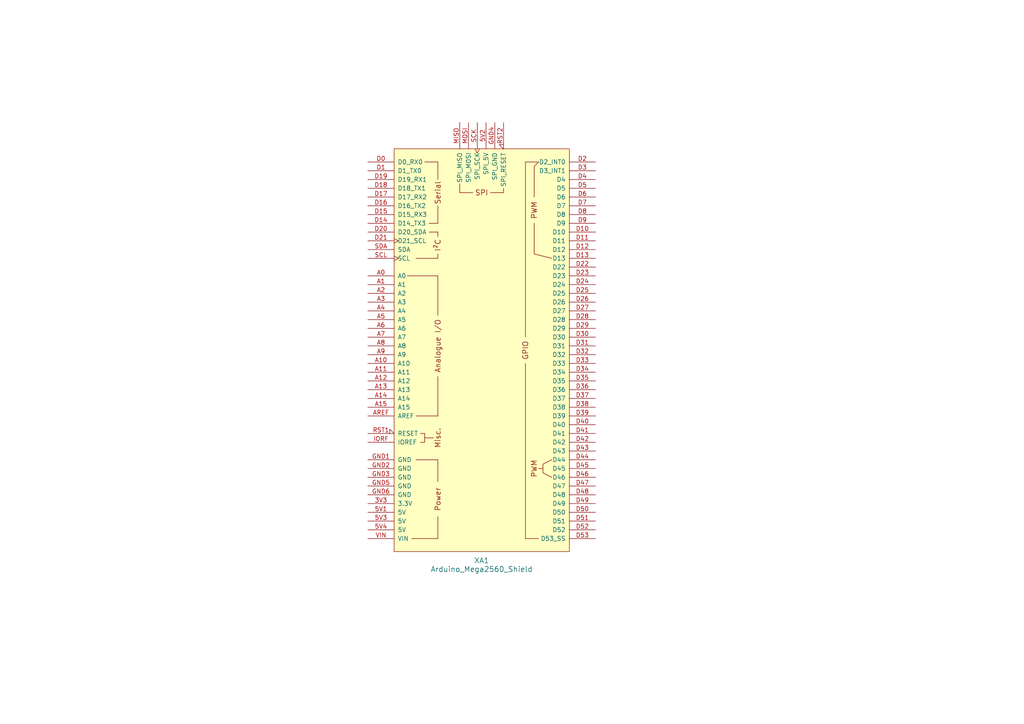
<source format=kicad_sch>
(kicad_sch (version 20250114) (generator "eeschema") (generator_version "9.0")
  (paper "A4")
  (lib_symbols
    (symbol "Arduino:Arduino_Mega2560_Shield" (pin_names (offset 1.016))
      (property "Reference" "XA" (at 2.54 0 90))
      (property "Value" "Arduino_Mega2560_Shield" (at -2.54 0 90))
      (symbol "Arduino_Mega2560_Shield_0_0"
        (rectangle (start -25.4 -58.42) (end 25.4 58.42) (fill (type background)))
        (polyline (pts (xy -21.59 21.59) (xy -12.7 21.59)))
        (rectangle (start -20.32 -54.61) (end -12.7 -54.61))
        (rectangle (start -19.05 26.67) (end -12.7 26.67))
        (rectangle (start -19.05 -19.05) (end -12.7 -19.05))
        (rectangle (start -19.05 -31.75) (end -12.7 -31.75))
        (rectangle (start -17.78 -24.13) (end -16.51 -24.13))
        (rectangle (start -17.78 -26.67) (end -16.51 -26.67))
        (rectangle (start -16.51 54.61) (end -12.7 54.61))
        (rectangle (start -16.51 -24.13) (end -16.51 -26.67))
        (rectangle (start -16.51 -25.4) (end -13.97 -25.4))
        (rectangle (start -15.24 36.83) (end -12.7 36.83))
        (rectangle (start -15.24 34.29) (end -12.7 34.29))
        (rectangle (start -12.7 49.53) (end -12.7 54.61))
        (rectangle (start -12.7 41.91) (end -12.7 36.83))
        (rectangle (start -12.7 34.29) (end -12.7 33.02))
        (rectangle (start -12.7 26.67) (end -12.7 27.94))
        (polyline (pts (xy -12.7 10.16) (xy -12.7 21.59)))
        (polyline (pts (xy -12.7 -19.05) (xy -12.7 -7.62)))
        (rectangle (start -12.7 -31.75) (end -12.7 -38.1))
        (rectangle (start -12.7 -54.61) (end -12.7 -48.26))
        (rectangle (start -6.35 48.26) (end -6.35 45.72))
        (rectangle (start -2.54 45.72) (end -6.35 45.72))
        (rectangle (start 6.35 46.99) (end 6.35 45.72))
        (rectangle (start 6.35 45.72) (end 2.54 45.72))
        (polyline (pts (xy 12.7 54.61) (xy 16.51 54.61)))
        (polyline (pts (xy 12.7 -54.61) (xy 16.51 -54.61)))
        (polyline (pts (xy 15.24 44.45) (xy 15.24 53.34) (xy 16.51 54.61)))
        (polyline (pts (xy 15.24 36.83) (xy 15.24 27.94) (xy 20.32 26.67)))
        (polyline (pts (xy 17.78 -34.29) (xy 16.51 -34.29)))
        (polyline (pts (xy 20.32 -31.75) (xy 17.78 -33.02) (xy 17.78 -35.56) (xy 20.32 -36.83)))
        (text "Serial" (at -12.7 45.72 900) (effects (font (size 1.524 1.524))))
        (text "I²C" (at -12.7 30.48 900) (effects (font (size 1.524 1.524))))
        (text "Analogue I/O" (at -12.7 1.27 900) (effects (font (size 1.524 1.524))))
        (text "Misc." (at -12.7 -25.4 900) (effects (font (size 1.524 1.524))))
        (text "Power" (at -12.7 -43.18 900) (effects (font (size 1.524 1.524))))
        (text "SPI" (at 0 45.72 0) (effects (font (size 1.524 1.524))))
        (text "PWM" (at 15.24 40.64 900) (effects (font (size 1.524 1.524))))
        (text "PWM" (at 15.24 -34.29 900) (effects (font (size 1.524 1.524))))
      )
      (symbol "Arduino_Mega2560_Shield_1_0"
        (rectangle (start 12.7 54.61) (end 12.7 3.81))
        (rectangle (start 12.7 -54.61) (end 12.7 -3.81))
        (text "GPIO" (at 12.7 0 900) (effects (font (size 1.524 1.524))))
      )
      (symbol "Arduino_Mega2560_Shield_1_1"
        (pin bidirectional line (at -33.02 54.61 0) (length 7.62) (name "D0_RX0") (number "D0"))
        (pin bidirectional line (at -33.02 52.07 0) (length 7.62) (name "D1_TX0") (number "D1"))
        (pin bidirectional line (at -33.02 49.53 0) (length 7.62) (name "D19_RX1") (number "D19"))
        (pin bidirectional line (at -33.02 46.99 0) (length 7.62) (name "D18_TX1") (number "D18"))
        (pin bidirectional line (at -33.02 44.45 0) (length 7.62) (name "D17_RX2") (number "D17"))
        (pin bidirectional line (at -33.02 41.91 0) (length 7.62) (name "D16_TX2") (number "D16"))
        (pin bidirectional line (at -33.02 39.37 0) (length 7.62) (name "D15_RX3") (number "D15"))
        (pin bidirectional line (at -33.02 36.83 0) (length 7.62) (name "D14_TX3") (number "D14"))
        (pin bidirectional line (at -33.02 34.29 0) (length 7.62) (name "D20_SDA") (number "D20"))
        (pin bidirectional clock (at -33.02 31.75 0) (length 7.62) (name "D21_SCL") (number "D21"))
        (pin bidirectional line (at -33.02 29.21 0) (length 7.62) (name "SDA") (number "SDA"))
        (pin bidirectional clock (at -33.02 26.67 0) (length 7.62) (name "SCL") (number "SCL"))
        (pin bidirectional line (at -33.02 21.59 0) (length 7.62) (name "A0") (number "A0"))
        (pin bidirectional line (at -33.02 19.05 0) (length 7.62) (name "A1") (number "A1"))
        (pin bidirectional line (at -33.02 16.51 0) (length 7.62) (name "A2") (number "A2"))
        (pin bidirectional line (at -33.02 13.97 0) (length 7.62) (name "A3") (number "A3"))
        (pin bidirectional line (at -33.02 11.43 0) (length 7.62) (name "A4") (number "A4"))
        (pin bidirectional line (at -33.02 8.89 0) (length 7.62) (name "A5") (number "A5"))
        (pin bidirectional line (at -33.02 6.35 0) (length 7.62) (name "A6") (number "A6"))
        (pin bidirectional line (at -33.02 3.81 0) (length 7.62) (name "A7") (number "A7"))
        (pin bidirectional line (at -33.02 1.27 0) (length 7.62) (name "A8") (number "A8"))
        (pin bidirectional line (at -33.02 -1.27 0) (length 7.62) (name "A9") (number "A9"))
        (pin bidirectional line (at -33.02 -3.81 0) (length 7.62) (name "A10") (number "A10"))
        (pin bidirectional line (at -33.02 -6.35 0) (length 7.62) (name "A11") (number "A11"))
        (pin bidirectional line (at -33.02 -8.89 0) (length 7.62) (name "A12") (number "A12"))
        (pin bidirectional line (at -33.02 -11.43 0) (length 7.62) (name "A13") (number "A13"))
        (pin bidirectional line (at -33.02 -13.97 0) (length 7.62) (name "A14") (number "A14"))
        (pin bidirectional line (at -33.02 -16.51 0) (length 7.62) (name "A15") (number "A15"))
        (pin input line (at -33.02 -19.05 0) (length 7.62) (name "AREF") (number "AREF"))
        (pin open_collector input_low (at -33.02 -24.13 0) (length 7.62) (name "RESET") (number "RST1"))
        (pin output line (at -33.02 -26.67 0) (length 7.62) (name "IOREF") (number "IORF"))
        (pin power_in line (at -33.02 -31.75 0) (length 7.62) (name "GND") (number "GND1"))
        (pin power_in line (at -33.02 -34.29 0) (length 7.62) (name "GND") (number "GND2"))
        (pin power_in line (at -33.02 -36.83 0) (length 7.62) (name "GND") (number "GND3"))
        (pin power_in line (at -33.02 -39.37 0) (length 7.62) (name "GND") (number "GND5"))
        (pin power_in line (at -33.02 -41.91 0) (length 7.62) (name "GND") (number "GND6"))
        (pin power_in line (at -33.02 -44.45 0) (length 7.62) (name "3.3V") (number "3V3"))
        (pin power_in line (at -33.02 -46.99 0) (length 7.62) (name "5V") (number "5V1"))
        (pin power_in line (at -33.02 -49.53 0) (length 7.62) (name "5V") (number "5V3"))
        (pin power_in line (at -33.02 -52.07 0) (length 7.62) (name "5V") (number "5V4"))
        (pin power_in line (at -33.02 -54.61 0) (length 7.62) (name "VIN") (number "VIN"))
        (pin input line (at -6.35 66.04 270) (length 7.62) (name "SPI_MISO") (number "MISO"))
        (pin output line (at -3.81 66.04 270) (length 7.62) (name "SPI_MOSI") (number "MOSI"))
        (pin output clock (at -1.27 66.04 270) (length 7.62) (name "SPI_SCK") (number "SCK"))
        (pin power_in line (at 1.27 66.04 270) (length 7.62) (name "SPI_5V") (number "5V2"))
        (pin power_in line (at 3.81 66.04 270) (length 7.62) (name "SPI_GND") (number "GND4"))
        (pin open_collector input_low (at 6.35 66.04 270) (length 7.62) (name "SPI_RESET") (number "RST2"))
        (pin bidirectional line (at 33.02 54.61 180) (length 7.62) (name "D2_INT0") (number "D2"))
        (pin bidirectional line (at 33.02 52.07 180) (length 7.62) (name "D3_INT1") (number "D3"))
        (pin bidirectional line (at 33.02 49.53 180) (length 7.62) (name "D4") (number "D4"))
        (pin bidirectional line (at 33.02 46.99 180) (length 7.62) (name "D5") (number "D5"))
        (pin bidirectional line (at 33.02 44.45 180) (length 7.62) (name "D6") (number "D6"))
        (pin bidirectional line (at 33.02 41.91 180) (length 7.62) (name "D7") (number "D7"))
        (pin bidirectional line (at 33.02 39.37 180) (length 7.62) (name "D8") (number "D8"))
        (pin bidirectional line (at 33.02 36.83 180) (length 7.62) (name "D9") (number "D9"))
        (pin bidirectional line (at 33.02 34.29 180) (length 7.62) (name "D10") (number "D10"))
        (pin bidirectional line (at 33.02 31.75 180) (length 7.62) (name "D11") (number "D11"))
        (pin bidirectional line (at 33.02 29.21 180) (length 7.62) (name "D12") (number "D12"))
        (pin bidirectional line (at 33.02 26.67 180) (length 7.62) (name "D13") (number "D13"))
        (pin bidirectional line (at 33.02 24.13 180) (length 7.62) (name "D22") (number "D22"))
        (pin bidirectional line (at 33.02 21.59 180) (length 7.62) (name "D23") (number "D23"))
        (pin bidirectional line (at 33.02 19.05 180) (length 7.62) (name "D24") (number "D24"))
        (pin bidirectional line (at 33.02 16.51 180) (length 7.62) (name "D25") (number "D25"))
        (pin bidirectional line (at 33.02 13.97 180) (length 7.62) (name "D26") (number "D26"))
        (pin bidirectional line (at 33.02 11.43 180) (length 7.62) (name "D27") (number "D27"))
        (pin bidirectional line (at 33.02 8.89 180) (length 7.62) (name "D28") (number "D28"))
        (pin bidirectional line (at 33.02 6.35 180) (length 7.62) (name "D29") (number "D29"))
        (pin bidirectional line (at 33.02 3.81 180) (length 7.62) (name "D30") (number "D30"))
        (pin bidirectional line (at 33.02 1.27 180) (length 7.62) (name "D31") (number "D31"))
        (pin bidirectional line (at 33.02 -1.27 180) (length 7.62) (name "D32") (number "D32"))
        (pin bidirectional line (at 33.02 -3.81 180) (length 7.62) (name "D33") (number "D33"))
        (pin bidirectional line (at 33.02 -6.35 180) (length 7.62) (name "D34") (number "D34"))
        (pin bidirectional line (at 33.02 -8.89 180) (length 7.62) (name "D35") (number "D35"))
        (pin bidirectional line (at 33.02 -11.43 180) (length 7.62) (name "D36") (number "D36"))
        (pin bidirectional line (at 33.02 -13.97 180) (length 7.62) (name "D37") (number "D37"))
        (pin bidirectional line (at 33.02 -16.51 180) (length 7.62) (name "D38") (number "D38"))
        (pin bidirectional line (at 33.02 -19.05 180) (length 7.62) (name "D39") (number "D39"))
        (pin bidirectional line (at 33.02 -21.59 180) (length 7.62) (name "D40") (number "D40"))
        (pin bidirectional line (at 33.02 -24.13 180) (length 7.62) (name "D41") (number "D41"))
        (pin bidirectional line (at 33.02 -26.67 180) (length 7.62) (name "D42") (number "D42"))
        (pin bidirectional line (at 33.02 -29.21 180) (length 7.62) (name "D43") (number "D43"))
        (pin bidirectional line (at 33.02 -31.75 180) (length 7.62) (name "D44") (number "D44"))
        (pin bidirectional line (at 33.02 -34.29 180) (length 7.62) (name "D45") (number "D45"))
        (pin bidirectional line (at 33.02 -36.83 180) (length 7.62) (name "D46") (number "D46"))
        (pin bidirectional line (at 33.02 -39.37 180) (length 7.62) (name "D47") (number "D47"))
        (pin bidirectional line (at 33.02 -41.91 180) (length 7.62) (name "D48") (number "D48"))
        (pin bidirectional line (at 33.02 -44.45 180) (length 7.62) (name "D49") (number "D49"))
        (pin bidirectional line (at 33.02 -46.99 180) (length 7.62) (name "D50") (number "D50"))
        (pin bidirectional line (at 33.02 -49.53 180) (length 7.62) (name "D51") (number "D51"))
        (pin bidirectional line (at 33.02 -52.07 180) (length 7.62) (name "D52") (number "D52"))
        (pin bidirectional line (at 33.02 -54.61 180) (length 7.62) (name "D53_SS") (number "D53"))
      )
    )
  )
  (symbol (lib_id "Arduino:Arduino_Mega2560_Shield") (at 139.7 101.6 0) (unit 1)
    (property "Reference" "XA1" (at 139.7 162.56 0) (effects (font (size 1.524 1.524))))
    (property "Value" "Arduino_Mega2560_Shield" (at 139.7 165.1 0) (effects (font (size 1.524 1.524))))
    (property "Footprint" "Arduino:Arduino_Mega2560_Shield" (effects (hide yes)))
  )
)
</source>
